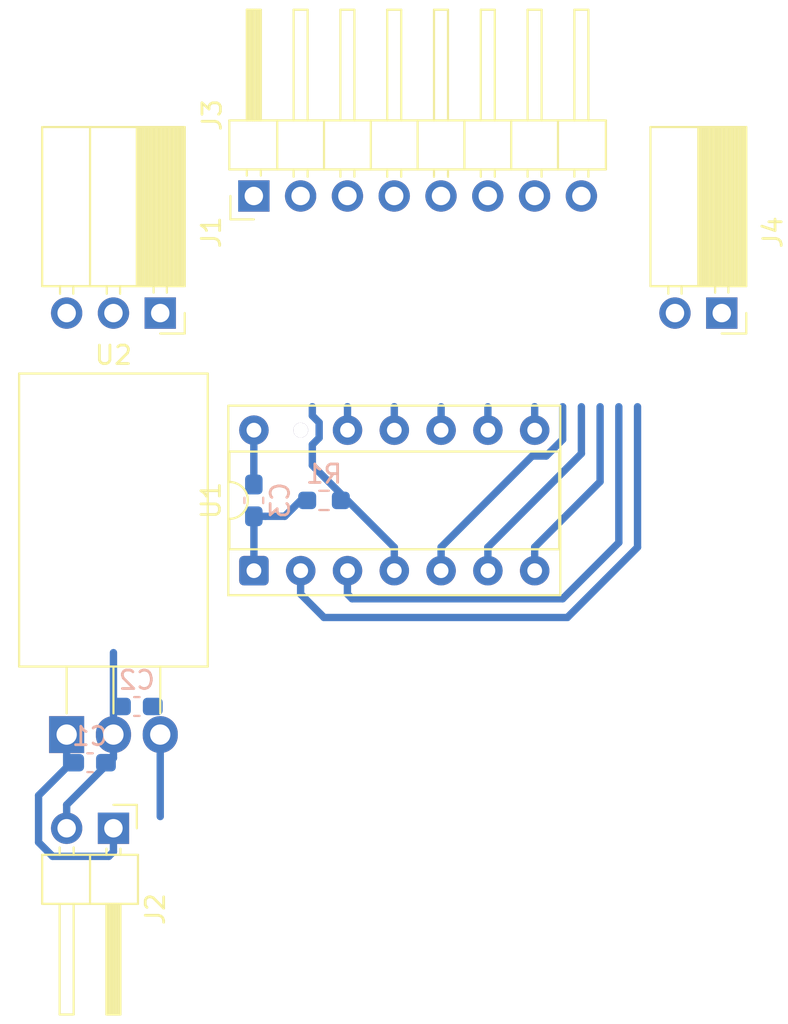
<source format=kicad_pcb>
(kicad_pcb (version 20241229) (generator "pcbnew") (generator_version "9.0")
  (layers (0 "F.Cu" signal) (2 "B.Cu" signal) (13 "F.Paste" user) (15 "B.Paste" user) (5 "F.SilkS" user "F.Silkscreen") (7 "B.SilkS" user "B.Silkscreen") (1 "F.Mask" user) (3 "B.Mask" user) (25 "Edge.Cuts" user))
  (net 0 "")
  (net 2 "GND")
  (net 3 "+12V")
  (net 4 "+5V")
  (net 5 "/RESET")
  (net 6 "/RX")
  (net 7 "/TX")
  (net 8 "/P6")
  (net 9 "/P7")
  (net 10 "/P1")
  (net 11 "/P4")
  (net 12 "/P0")
  (net 13 "/P2")
  (net 14 "/P5")
  (net 15 "/P3")
  (footprint "Package_DIP:DIP-14_W7.62mm_Socket" (layer "F.Cu") (at 137.165 113.03 90)
    (property "Reference" "U1" (at 3.81 -2.33 90) (layer "F.SilkS"))
    (property "Value" "ATtiny44-20P")
    (fp_line (start 6.46 -1.33) (end 4.81 -1.33) (stroke (width 0.12)) (layer "F.SilkS"))
    (fp_line (start 2.81 -1.33) (end 1.16 -1.33) (stroke (width 0.12)) (layer "F.SilkS"))
    (fp_line (start 1.16 -1.33) (end 1.16 16.57) (stroke (width 0.12)) (layer "F.SilkS"))
    (fp_line (start 6.46 16.57) (end 6.46 -1.33) (stroke (width 0.12)) (layer "F.SilkS"))
    (fp_line (start 1.16 16.57) (end 6.46 16.57) (stroke (width 0.12)) (layer "F.SilkS"))
    (fp_rect (start -1.33 -1.39) (end 8.95 16.63) (stroke (width 0.12)) (fill no) (layer "F.SilkS"))
    (fp_arc (start 4.81 -1.33) (mid 3.81 -0.33) (end 2.81 -1.33) (stroke (width 0.12)) (layer "F.SilkS"))
    (pad "1" thru_hole roundrect (at 0 0 90) (size 1.6 1.6) (drill 0.8) (layers "*.Cu" "*.Mask") (roundrect_rratio 0.15625) (net 4 "+5V"))
    (pad "2" thru_hole circle (at 0 2.54 90) (size 1.6 1.6) (drill 0.8) (layers "*.Cu" "*.Mask") (net 9 "/P7"))
    (pad "3" thru_hole circle (at 0 5.08 90) (size 1.6 1.6) (drill 0.8) (layers "*.Cu" "*.Mask") (net 8 "/P6"))
    (pad "4" thru_hole circle (at 0 7.62 90) (size 1.6 1.6) (drill 0.8) (layers "*.Cu" "*.Mask") (net 5 "/RESET"))
    (pad "5" thru_hole circle (at 0 10.16 90) (size 1.6 1.6) (drill 0.8) (layers "*.Cu" "*.Mask") (net 15 "/P3"))
    (pad "6" thru_hole circle (at 0 12.7 90) (size 1.6 1.6) (drill 0.8) (layers "*.Cu" "*.Mask") (net 11 "/P4"))
    (pad "7" thru_hole circle (at 0 15.24 90) (size 1.6 1.6) (drill 0.8) (layers "*.Cu" "*.Mask") (net 14 "/P5"))
    (pad "8" thru_hole circle (at 7.62 15.24 90) (size 1.6 1.6) (drill 0.8) (layers "*.Cu" "*.Mask") (net 13 "/P2"))
    (pad "9" thru_hole circle (at 7.62 12.7 90) (size 1.6 1.6) (drill 0.8) (layers "*.Cu" "*.Mask") (net 10 "/P1"))
    (pad "10" thru_hole circle (at 7.62 10.16 90) (size 1.6 1.6) (drill 0.8) (layers "*.Cu" "*.Mask") (net 12 "/P0"))
    (pad "11" thru_hole circle (at 7.62 7.62 90) (size 1.6 1.6) (drill 0.8) (layers "*.Cu" "*.Mask") (net 6 "/RX"))
    (pad "12" thru_hole circle (at 7.62 5.08 90) (size 1.6 1.6) (drill 0.8) (layers "*.Cu" "*.Mask") (net 7 "/TX"))
    (pad "13" thru_hole circle (at 7.62 2.54 90) (size 0.8 0.8) (drill 0.8) (layers "*.Cu" "*.Mask"))
    (pad "14" thru_hole circle (at 7.62 0 90) (size 1.6 1.6) (drill 0.8) (layers "*.Cu" "*.Mask") (net 2 "GND"))
  )
  (footprint "Connector_PinHeader_2.54mm:PinHeader_1x08_P2.54mm_Horizontal" (layer "F.Cu") (at 137.16 92.71 90)
    (property "Reference" "J3" (at 4.385 -2.27 90) (layer "F.SilkS"))
    (property "Value" "Conn_01x08_Pin")
    (fp_line (start 4.1 -1.33) (end 1.44 -1.33) (stroke (width 0.12)) (layer "F.SilkS"))
    (fp_line (start 1.44 -1.33) (end 1.44 19.11) (stroke (width 0.12)) (layer "F.SilkS"))
    (fp_line (start -1.27 -1.27) (end 0 -1.27) (stroke (width 0.12)) (layer "F.SilkS"))
    (fp_line (start 10.1 -0.38) (end 10.1 0.38) (stroke (width 0.12)) (layer "F.SilkS"))
    (fp_line (start 4.1 -0.38) (end 10.1 -0.38) (stroke (width 0.12)) (layer "F.SilkS"))
    (fp_line (start 1.11 -0.38) (end 1.44 -0.38) (stroke (width 0.12)) (layer "F.SilkS"))
    (fp_line (start 4.1 -0.32) (end 10.1 -0.32) (stroke (width 0.12)) (layer "F.SilkS"))
    (fp_line (start 4.1 -0.2) (end 10.1 -0.2) (stroke (width 0.12)) (layer "F.SilkS"))
    (fp_line (start 4.1 -0.08) (end 10.1 -0.08) (stroke (width 0.12)) (layer "F.SilkS"))
    (fp_line (start -1.27 0) (end -1.27 -1.27) (stroke (width 0.12)) (layer "F.SilkS"))
    (fp_line (start 4.1 0.04) (end 10.1 0.04) (stroke (width 0.12)) (layer "F.SilkS"))
    (fp_line (start 4.1 0.16) (end 10.1 0.16) (stroke (width 0.12)) (layer "F.SilkS"))
    (fp_line (start 4.1 0.28) (end 10.1 0.28) (stroke (width 0.12)) (layer "F.SilkS"))
    (fp_line (start 10.1 0.38) (end 4.1 0.38) (stroke (width 0.12)) (layer "F.SilkS"))
    (fp_line (start 1.11 0.38) (end 1.44 0.38) (stroke (width 0.12)) (layer "F.SilkS"))
    (fp_line (start 1.44 1.27) (end 4.1 1.27) (stroke (width 0.12)) (layer "F.SilkS"))
    (fp_line (start 10.1 2.16) (end 10.1 2.92) (stroke (width 0.12)) (layer "F.SilkS"))
    (fp_line (start 4.1 2.16) (end 10.1 2.16) (stroke (width 0.12)) (layer "F.SilkS"))
    (fp_line (start 1.042929 2.16) (end 1.44 2.16) (stroke (width 0.12)) (layer "F.SilkS"))
    (fp_line (start 10.1 2.92) (end 4.1 2.92) (stroke (width 0.12)) (layer "F.SilkS"))
    (fp_line (start 1.042929 2.92) (end 1.44 2.92) (stroke (width 0.12)) (layer "F.SilkS"))
    (fp_line (start 1.44 3.81) (end 4.1 3.81) (stroke (width 0.12)) (layer "F.SilkS"))
    (fp_line (start 10.1 4.7) (end 10.1 5.46) (stroke (width 0.12)) (layer "F.SilkS"))
    (fp_line (start 4.1 4.7) (end 10.1 4.7) (stroke (width 0.12)) (layer "F.SilkS"))
    (fp_line (start 1.042929 4.7) (end 1.44 4.7) (stroke (width 0.12)) (layer "F.SilkS"))
    (fp_line (start 10.1 5.46) (end 4.1 5.46) (stroke (width 0.12)) (layer "F.SilkS"))
    (fp_line (start 1.042929 5.46) (end 1.44 5.46) (stroke (width 0.12)) (layer "F.SilkS"))
    (fp_line (start 1.44 6.35) (end 4.1 6.35) (stroke (width 0.12)) (layer "F.SilkS"))
    (fp_line (start 10.1 7.24) (end 10.1 8) (stroke (width 0.12)) (layer "F.SilkS"))
    (fp_line (start 4.1 7.24) (end 10.1 7.24) (stroke (width 0.12)) (layer "F.SilkS"))
    (fp_line (start 1.042929 7.24) (end 1.44 7.24) (stroke (width 0.12)) (layer "F.SilkS"))
    (fp_line (start 10.1 8) (end 4.1 8) (stroke (width 0.12)) (layer "F.SilkS"))
    (fp_line (start 1.042929 8) (end 1.44 8) (stroke (width 0.12)) (layer "F.SilkS"))
    (fp_line (start 1.44 8.89) (end 4.1 8.89) (stroke (width 0.12)) (layer "F.SilkS"))
    (fp_line (start 10.1 9.78) (end 10.1 10.54) (stroke (width 0.12)) (layer "F.SilkS"))
    (fp_line (start 4.1 9.78) (end 10.1 9.78) (stroke (width 0.12)) (layer "F.SilkS"))
    (fp_line (start 1.042929 9.78) (end 1.44 9.78) (stroke (width 0.12)) (layer "F.SilkS"))
    (fp_line (start 10.1 10.54) (end 4.1 10.54) (stroke (width 0.12)) (layer "F.SilkS"))
    (fp_line (start 1.042929 10.54) (end 1.44 10.54) (stroke (width 0.12)) (layer "F.SilkS"))
    (fp_line (start 1.44 11.43) (end 4.1 11.43) (stroke (width 0.12)) (layer "F.SilkS"))
    (fp_line (start 10.1 12.32) (end 10.1 13.08) (stroke (width 0.12)) (layer "F.SilkS"))
    (fp_line (start 4.1 12.32) (end 10.1 12.32) (stroke (width 0.12)) (layer "F.SilkS"))
    (fp_line (start 1.042929 12.32) (end 1.44 12.32) (stroke (width 0.12)) (layer "F.SilkS"))
    (fp_line (start 10.1 13.08) (end 4.1 13.08) (stroke (width 0.12)) (layer "F.SilkS"))
    (fp_line (start 1.042929 13.08) (end 1.44 13.08) (stroke (width 0.12)) (layer "F.SilkS"))
    (fp_line (start 1.44 13.97) (end 4.1 13.97) (stroke (width 0.12)) (layer "F.SilkS"))
    (fp_line (start 10.1 14.86) (end 10.1 15.62) (stroke (width 0.12)) (layer "F.SilkS"))
    (fp_line (start 4.1 14.86) (end 10.1 14.86) (stroke (width 0.12)) (layer "F.SilkS"))
    (fp_line (start 1.042929 14.86) (end 1.44 14.86) (stroke (width 0.12)) (layer "F.SilkS"))
    (fp_line (start 10.1 15.62) (end 4.1 15.62) (stroke (width 0.12)) (layer "F.SilkS"))
    (fp_line (start 1.042929 15.62) (end 1.44 15.62) (stroke (width 0.12)) (layer "F.SilkS"))
    (fp_line (start 1.44 16.51) (end 4.1 16.51) (stroke (width 0.12)) (layer "F.SilkS"))
    (fp_line (start 10.1 17.4) (end 10.1 18.16) (stroke (width 0.12)) (layer "F.SilkS"))
    (fp_line (start 4.1 17.4) (end 10.1 17.4) (stroke (width 0.12)) (layer "F.SilkS"))
    (fp_line (start 1.042929 17.4) (end 1.44 17.4) (stroke (width 0.12)) (layer "F.SilkS"))
    (fp_line (start 10.1 18.16) (end 4.1 18.16) (stroke (width 0.12)) (layer "F.SilkS"))
    (fp_line (start 1.042929 18.16) (end 1.44 18.16) (stroke (width 0.12)) (layer "F.SilkS"))
    (fp_line (start 4.1 19.11) (end 4.1 -1.33) (stroke (width 0.12)) (layer "F.SilkS"))
    (fp_line (start 1.44 19.11) (end 4.1 19.11) (stroke (width 0.12)) (layer "F.SilkS"))
    (pad "1" thru_hole rect (at 0 0 90) (size 1.7 1.7) (drill 1) (layers "*.Cu" "*.Mask") (net 12 "/P0"))
    (pad "2" thru_hole oval (at 0 2.54 90) (size 1.7 1.7) (drill 1) (layers "*.Cu" "*.Mask") (net 10 "/P1"))
    (pad "3" thru_hole oval (at 0 5.08 90) (size 1.7 1.7) (drill 1) (layers "*.Cu" "*.Mask") (net 13 "/P2"))
    (pad "4" thru_hole oval (at 0 7.62 90) (size 1.7 1.7) (drill 1) (layers "*.Cu" "*.Mask") (net 15 "/P3"))
    (pad "5" thru_hole oval (at 0 10.16 90) (size 1.7 1.7) (drill 1) (layers "*.Cu" "*.Mask") (net 11 "/P4"))
    (pad "6" thru_hole oval (at 0 12.7 90) (size 1.7 1.7) (drill 1) (layers "*.Cu" "*.Mask") (net 14 "/P5"))
    (pad "7" thru_hole oval (at 0 15.24 90) (size 1.7 1.7) (drill 1) (layers "*.Cu" "*.Mask") (net 8 "/P6"))
    (pad "8" thru_hole oval (at 0 17.78 90) (size 1.7 1.7) (drill 1) (layers "*.Cu" "*.Mask") (net 9 "/P7"))
  )
  (footprint "Connector_PinHeader_2.54mm:PinHeader_1x02_P2.54mm_Horizontal" (layer "F.Cu") (at 129.54 127 -90)
    (property "Reference" "J2" (at 4.385 -2.27 90) (layer "F.SilkS"))
    (property "Value" "Conn_01x02_Pin")
    (fp_line (start 1.44 3.87) (end 4.1 3.87) (stroke (width 0.12)) (layer "F.SilkS"))
    (fp_line (start 4.1 3.87) (end 4.1 -1.33) (stroke (width 0.12)) (layer "F.SilkS"))
    (fp_line (start 1.042929 2.92) (end 1.44 2.92) (stroke (width 0.12)) (layer "F.SilkS"))
    (fp_line (start 10.1 2.92) (end 4.1 2.92) (stroke (width 0.12)) (layer "F.SilkS"))
    (fp_line (start 1.042929 2.16) (end 1.44 2.16) (stroke (width 0.12)) (layer "F.SilkS"))
    (fp_line (start 4.1 2.16) (end 10.1 2.16) (stroke (width 0.12)) (layer "F.SilkS"))
    (fp_line (start 10.1 2.16) (end 10.1 2.92) (stroke (width 0.12)) (layer "F.SilkS"))
    (fp_line (start 1.44 1.27) (end 4.1 1.27) (stroke (width 0.12)) (layer "F.SilkS"))
    (fp_line (start 1.11 0.38) (end 1.44 0.38) (stroke (width 0.12)) (layer "F.SilkS"))
    (fp_line (start 10.1 0.38) (end 4.1 0.38) (stroke (width 0.12)) (layer "F.SilkS"))
    (fp_line (start 4.1 0.28) (end 10.1 0.28) (stroke (width 0.12)) (layer "F.SilkS"))
    (fp_line (start 4.1 0.16) (end 10.1 0.16) (stroke (width 0.12)) (layer "F.SilkS"))
    (fp_line (start 4.1 0.04) (end 10.1 0.04) (stroke (width 0.12)) (layer "F.SilkS"))
    (fp_line (start -1.27 0) (end -1.27 -1.27) (stroke (width 0.12)) (layer "F.SilkS"))
    (fp_line (start 4.1 -0.08) (end 10.1 -0.08) (stroke (width 0.12)) (layer "F.SilkS"))
    (fp_line (start 4.1 -0.2) (end 10.1 -0.2) (stroke (width 0.12)) (layer "F.SilkS"))
    (fp_line (start 4.1 -0.32) (end 10.1 -0.32) (stroke (width 0.12)) (layer "F.SilkS"))
    (fp_line (start 1.11 -0.38) (end 1.44 -0.38) (stroke (width 0.12)) (layer "F.SilkS"))
    (fp_line (start 4.1 -0.38) (end 10.1 -0.38) (stroke (width 0.12)) (layer "F.SilkS"))
    (fp_line (start 10.1 -0.38) (end 10.1 0.38) (stroke (width 0.12)) (layer "F.SilkS"))
    (fp_line (start -1.27 -1.27) (end 0 -1.27) (stroke (width 0.12)) (layer "F.SilkS"))
    (fp_line (start 1.44 -1.33) (end 1.44 3.87) (stroke (width 0.12)) (layer "F.SilkS"))
    (fp_line (start 4.1 -1.33) (end 1.44 -1.33) (stroke (width 0.12)) (layer "F.SilkS"))
    (pad "1" thru_hole rect (at 0 0 270) (size 1.7 1.7) (drill 1) (layers "*.Cu" "*.Mask") (net 3 "+12V"))
    (pad "2" thru_hole oval (at 0 2.54 270) (size 1.7 1.7) (drill 1) (layers "*.Cu" "*.Mask") (net 2 "GND"))
  )
  (footprint "Package_TO_SOT_THT:TO-220-3_Horizontal_TabDown" (layer "F.Cu") (at 127 121.92)
    (property "Reference" "U2" (at 2.54 -20.58 0) (layer "F.SilkS"))
    (property "Value" "L7805")
    (fp_line (start -2.58 -19.58) (end -2.58 -3.69) (stroke (width 0.12)) (layer "F.SilkS"))
    (fp_line (start -2.58 -19.58) (end 7.66 -19.58) (stroke (width 0.12)) (layer "F.SilkS"))
    (fp_line (start -2.58 -3.69) (end 7.66 -3.69) (stroke (width 0.12)) (layer "F.SilkS"))
    (fp_line (start 0 -3.69) (end 0 -1.15) (stroke (width 0.12)) (layer "F.SilkS"))
    (fp_line (start 2.54 -3.69) (end 2.54 -1.15) (stroke (width 0.12)) (layer "F.SilkS"))
    (fp_line (start 5.08 -3.69) (end 5.08 -1.15) (stroke (width 0.12)) (layer "F.SilkS"))
    (fp_line (start 7.66 -19.58) (end 7.66 -3.69) (stroke (width 0.12)) (layer "F.SilkS"))
    (pad "" np_thru_hole circle (at 2.54 -16.66) (size 3.5 3.5) (drill 3.5) (layers "*.Cu" "*.Mask"))
    (pad "1" thru_hole rect (at 0 0) (size 1.905 2) (drill 1.1) (layers "*.Cu" "*.Mask") (net 3 "+12V"))
    (pad "2" thru_hole oval (at 2.54 0) (size 1.905 2) (drill 1.1) (layers "*.Cu" "*.Mask") (net 2 "GND"))
    (pad "3" thru_hole oval (at 5.08 0) (size 1.905 2) (drill 1.1) (layers "*.Cu" "*.Mask") (net 4 "+5V"))
  )
  (footprint "Connector_PinSocket_2.54mm:PinSocket_1x03_P2.54mm_Horizontal" (layer "F.Cu") (at 132.08 99.06 -90)
    (property "Reference" "J1" (at -4.38 -2.77 90) (layer "F.SilkS"))
    (property "Value" "Conn_01x03_Socket")
    (fp_line (start -10.09 6.41) (end -1.46 6.41) (stroke (width 0.12)) (layer "F.SilkS"))
    (fp_line (start -1.46 5.44) (end -1.05 5.44) (stroke (width 0.12)) (layer "F.SilkS"))
    (fp_line (start -1.46 4.72) (end -1.05 4.72) (stroke (width 0.12)) (layer "F.SilkS"))
    (fp_line (start -10.09 3.81) (end -1.46 3.81) (stroke (width 0.12)) (layer "F.SilkS"))
    (fp_line (start -1.46 2.9) (end -1.05 2.9) (stroke (width 0.12)) (layer "F.SilkS"))
    (fp_line (start -1.46 2.18) (end -1.05 2.18) (stroke (width 0.12)) (layer "F.SilkS"))
    (fp_line (start -10.09 1.27) (end -1.46 1.27) (stroke (width 0.12)) (layer "F.SilkS"))
    (fp_line (start -10.09 1.1519) (end -1.46 1.1519) (stroke (width 0.12)) (layer "F.SilkS"))
    (fp_line (start -10.09 1.033805) (end -1.46 1.033805) (stroke (width 0.12)) (layer "F.SilkS"))
    (fp_line (start -10.09 0.91571) (end -1.46 0.91571) (stroke (width 0.12)) (layer "F.SilkS"))
    (fp_line (start -10.09 0.797615) (end -1.46 0.797615) (stroke (width 0.12)) (layer "F.SilkS"))
    (fp_line (start -10.09 0.67952) (end -1.46 0.67952) (stroke (width 0.12)) (layer "F.SilkS"))
    (fp_line (start -10.09 0.561425) (end -1.46 0.561425) (stroke (width 0.12)) (layer "F.SilkS"))
    (fp_line (start -10.09 0.44333) (end -1.46 0.44333) (stroke (width 0.12)) (layer "F.SilkS"))
    (fp_line (start -1.46 0.36) (end -1.11 0.36) (stroke (width 0.12)) (layer "F.SilkS"))
    (fp_line (start -10.09 0.325235) (end -1.46 0.325235) (stroke (width 0.12)) (layer "F.SilkS"))
    (fp_line (start -10.09 0.20714) (end -1.46 0.20714) (stroke (width 0.12)) (layer "F.SilkS"))
    (fp_line (start -10.09 0.089045) (end -1.46 0.089045) (stroke (width 0.12)) (layer "F.SilkS"))
    (fp_line (start -10.09 -0.02905) (end -1.46 -0.02905) (stroke (width 0.12)) (layer "F.SilkS"))
    (fp_line (start -10.09 -0.147145) (end -1.46 -0.147145) (stroke (width 0.12)) (layer "F.SilkS"))
    (fp_line (start -10.09 -0.26524) (end -1.46 -0.26524) (stroke (width 0.12)) (layer "F.SilkS"))
    (fp_line (start -1.46 -0.36) (end -1.11 -0.36) (stroke (width 0.12)) (layer "F.SilkS"))
    (fp_line (start -10.09 -0.383335) (end -1.46 -0.383335) (stroke (width 0.12)) (layer "F.SilkS"))
    (fp_line (start -10.09 -0.50143) (end -1.46 -0.50143) (stroke (width 0.12)) (layer "F.SilkS"))
    (fp_line (start -10.09 -0.619525) (end -1.46 -0.619525) (stroke (width 0.12)) (layer "F.SilkS"))
    (fp_line (start -10.09 -0.73762) (end -1.46 -0.73762) (stroke (width 0.12)) (layer "F.SilkS"))
    (fp_line (start -10.09 -0.855715) (end -1.46 -0.855715) (stroke (width 0.12)) (layer "F.SilkS"))
    (fp_line (start -10.09 -0.97381) (end -1.46 -0.97381) (stroke (width 0.12)) (layer "F.SilkS"))
    (fp_line (start -10.09 -1.091905) (end -1.46 -1.091905) (stroke (width 0.12)) (layer "F.SilkS"))
    (fp_line (start -10.09 -1.21) (end -1.46 -1.21) (stroke (width 0.12)) (layer "F.SilkS"))
    (fp_line (start -10.09 -1.33) (end -10.09 6.41) (stroke (width 0.12)) (layer "F.SilkS"))
    (fp_line (start -10.09 -1.33) (end -1.46 -1.33) (stroke (width 0.12)) (layer "F.SilkS"))
    (fp_line (start -1.46 -1.33) (end -1.46 6.41) (stroke (width 0.12)) (layer "F.SilkS"))
    (fp_line (start 0 -1.33) (end 1.11 -1.33) (stroke (width 0.12)) (layer "F.SilkS"))
    (fp_line (start 1.11 -1.33) (end 1.11 0) (stroke (width 0.12)) (layer "F.SilkS"))
    (pad "1" thru_hole rect (at 0 0 270) (size 1.7 1.7) (drill 1) (layers "*.Cu" "*.Mask") (net 6 "/RX"))
    (pad "2" thru_hole oval (at 0 2.54 270) (size 1.7 1.7) (drill 1) (layers "*.Cu" "*.Mask") (net 7 "/TX"))
    (pad "3" thru_hole oval (at 0 5.08 270) (size 1.7 1.7) (drill 1) (layers "*.Cu" "*.Mask") (net 5 "/RESET"))
  )
  (footprint "Connector_PinSocket_2.54mm:PinSocket_1x02_P2.54mm_Horizontal" (layer "F.Cu") (at 162.56 99.06 -90)
    (property "Reference" "J4" (at -4.38 -2.77 90) (layer "F.SilkS"))
    (property "Value" "Conn_01x02_Socket")
    (fp_line (start -10.09 3.87) (end -1.46 3.87) (stroke (width 0.12)) (layer "F.SilkS"))
    (fp_line (start -1.46 2.9) (end -1.05 2.9) (stroke (width 0.12)) (layer "F.SilkS"))
    (fp_line (start -1.46 2.18) (end -1.05 2.18) (stroke (width 0.12)) (layer "F.SilkS"))
    (fp_line (start -10.09 1.27) (end -1.46 1.27) (stroke (width 0.12)) (layer "F.SilkS"))
    (fp_line (start -10.09 1.1519) (end -1.46 1.1519) (stroke (width 0.12)) (layer "F.SilkS"))
    (fp_line (start -10.09 1.033805) (end -1.46 1.033805) (stroke (width 0.12)) (layer "F.SilkS"))
    (fp_line (start -10.09 0.91571) (end -1.46 0.91571) (stroke (width 0.12)) (layer "F.SilkS"))
    (fp_line (start -10.09 0.797615) (end -1.46 0.797615) (stroke (width 0.12)) (layer "F.SilkS"))
    (fp_line (start -10.09 0.67952) (end -1.46 0.67952) (stroke (width 0.12)) (layer "F.SilkS"))
    (fp_line (start -10.09 0.561425) (end -1.46 0.561425) (stroke (width 0.12)) (layer "F.SilkS"))
    (fp_line (start -10.09 0.44333) (end -1.46 0.44333) (stroke (width 0.12)) (layer "F.SilkS"))
    (fp_line (start -1.46 0.36) (end -1.11 0.36) (stroke (width 0.12)) (layer "F.SilkS"))
    (fp_line (start -10.09 0.325235) (end -1.46 0.325235) (stroke (width 0.12)) (layer "F.SilkS"))
    (fp_line (start -10.09 0.20714) (end -1.46 0.20714) (stroke (width 0.12)) (layer "F.SilkS"))
    (fp_line (start -10.09 0.089045) (end -1.46 0.089045) (stroke (width 0.12)) (layer "F.SilkS"))
    (fp_line (start -10.09 -0.02905) (end -1.46 -0.02905) (stroke (width 0.12)) (layer "F.SilkS"))
    (fp_line (start -10.09 -0.147145) (end -1.46 -0.147145) (stroke (width 0.12)) (layer "F.SilkS"))
    (fp_line (start -10.09 -0.26524) (end -1.46 -0.26524) (stroke (width 0.12)) (layer "F.SilkS"))
    (fp_line (start -1.46 -0.36) (end -1.11 -0.36) (stroke (width 0.12)) (layer "F.SilkS"))
    (fp_line (start -10.09 -0.383335) (end -1.46 -0.383335) (stroke (width 0.12)) (layer "F.SilkS"))
    (fp_line (start -10.09 -0.50143) (end -1.46 -0.50143) (stroke (width 0.12)) (layer "F.SilkS"))
    (fp_line (start -10.09 -0.619525) (end -1.46 -0.619525) (stroke (width 0.12)) (layer "F.SilkS"))
    (fp_line (start -10.09 -0.73762) (end -1.46 -0.73762) (stroke (width 0.12)) (layer "F.SilkS"))
    (fp_line (start -10.09 -0.855715) (end -1.46 -0.855715) (stroke (width 0.12)) (layer "F.SilkS"))
    (fp_line (start -10.09 -0.97381) (end -1.46 -0.97381) (stroke (width 0.12)) (layer "F.SilkS"))
    (fp_line (start -10.09 -1.091905) (end -1.46 -1.091905) (stroke (width 0.12)) (layer "F.SilkS"))
    (fp_line (start -10.09 -1.21) (end -1.46 -1.21) (stroke (width 0.12)) (layer "F.SilkS"))
    (fp_line (start -10.09 -1.33) (end -10.09 3.87) (stroke (width 0.12)) (layer "F.SilkS"))
    (fp_line (start -10.09 -1.33) (end -1.46 -1.33) (stroke (width 0.12)) (layer "F.SilkS"))
    (fp_line (start -1.46 -1.33) (end -1.46 3.87) (stroke (width 0.12)) (layer "F.SilkS"))
    (fp_line (start 0 -1.33) (end 1.11 -1.33) (stroke (width 0.12)) (layer "F.SilkS"))
    (fp_line (start 1.11 -1.33) (end 1.11 0) (stroke (width 0.12)) (layer "F.SilkS"))
    (pad "1" thru_hole rect (at 0 0 270) (size 1.7 1.7) (drill 1) (layers "*.Cu" "*.Mask") (net 2 "GND"))
    (pad "2" thru_hole oval (at 0 2.54 270) (size 1.7 1.7) (drill 1) (layers "*.Cu" "*.Mask") (net 4 "+5V"))
  )
  (footprint "Capacitor_SMD:C_0603_1608Metric_Pad1.08x0.95mm_HandSolder" (layer "B.Cu") (at 137.16 109.22 90)
    (property "Reference" "C3" (at 0 1.43 90) (layer "B.SilkS") (effects (justify mirror)))
    (property "Value" "0.1uF")
    (fp_line (start -0.146267 -0.51) (end 0.146267 -0.51) (stroke (width 0.12)) (layer "B.SilkS"))
    (fp_line (start -0.146267 0.51) (end 0.146267 0.51) (stroke (width 0.12)) (layer "B.SilkS"))
    (pad "1" smd roundrect (at -0.8625 0 90) (size 1.075 0.95) (layers "B.Cu" "B.Mask" "B.Paste") (net 4 "+5V"))
    (pad "2" smd roundrect (at 0.8625 0 90) (size 1.075 0.95) (layers "B.Cu" "B.Mask" "B.Paste") (net 2 "GND"))
  )
  (footprint "Capacitor_SMD:C_0603_1608Metric_Pad1.08x0.95mm_HandSolder" (layer "B.Cu") (at 130.81 120.396 180)
    (property "Reference" "C2" (at 0 1.43 0) (layer "B.SilkS") (effects (justify mirror)))
    (property "Value" "0.1uF")
    (fp_line (start -0.146267 0.51) (end 0.146267 0.51) (stroke (width 0.12)) (layer "B.SilkS"))
    (fp_line (start -0.146267 -0.51) (end 0.146267 -0.51) (stroke (width 0.12)) (layer "B.SilkS"))
    (pad "1" smd roundrect (at -0.8625 0 180) (size 1.075 0.95) (layers "B.Cu" "B.Mask" "B.Paste") (net 4 "+5V"))
    (pad "2" smd roundrect (at 0.8625 0 180) (size 1.075 0.95) (layers "B.Cu" "B.Mask" "B.Paste") (net 2 "GND"))
  )
  (footprint "Capacitor_SMD:C_0603_1608Metric_Pad1.08x0.95mm_HandSolder" (layer "B.Cu") (at 128.27 123.444 180)
    (property "Reference" "C1" (at 0 1.43 0) (layer "B.SilkS") (effects (justify mirror)))
    (property "Value" "0.33uF")
    (fp_line (start -0.146267 0.51) (end 0.146267 0.51) (stroke (width 0.12)) (layer "B.SilkS"))
    (fp_line (start -0.146267 -0.51) (end 0.146267 -0.51) (stroke (width 0.12)) (layer "B.SilkS"))
    (pad "1" smd roundrect (at -0.8625 0 180) (size 1.075 0.95) (layers "B.Cu" "B.Mask" "B.Paste") (net 2 "GND"))
    (pad "2" smd roundrect (at 0.8625 0 180) (size 1.075 0.95) (layers "B.Cu" "B.Mask" "B.Paste") (net 3 "+12V"))
  )
  (footprint "Resistor_SMD:R_0603_1608Metric_Pad0.98x0.95mm_HandSolder" (layer "B.Cu") (at 140.97 109.22 180)
    (property "Reference" "R1" (at 0 1.43 180) (layer "B.SilkS") (effects (justify mirror)))
    (property "Value" "1k")
    (fp_line (start -0.254724 0.5225) (end 0.254724 0.5225) (stroke (width 0.12)) (layer "B.SilkS"))
    (fp_line (start -0.254724 -0.5225) (end 0.254724 -0.5225) (stroke (width 0.12)) (layer "B.SilkS"))
    (pad "1" smd roundrect (at -0.9125 0 180) (size 0.975 0.95) (layers "B.Cu" "B.Mask" "B.Paste") (net 5 "/RESET"))
    (pad "2" smd roundrect (at 0.9125 0 180) (size 0.975 0.95) (layers "B.Cu" "B.Mask" "B.Paste") (net 4 "+5V"))
  )
  (segment (start 127 125.73) (end 129.54 123.19) (width 0.4) (layer "B.Cu") (net 2))
  (segment (start 137.16 105.415) (end 137.165 105.41) (width 0.4) (layer "B.Cu") (net 2))
  (segment (start 129.54 123.19) (end 129.54 121.92) (width 0.4) (layer "B.Cu") (net 2))
  (segment (start 127 127) (end 127 125.73) (width 0.4) (layer "B.Cu") (net 2))
  (segment (start 129.54 121.92) (end 129.54 117.475) (width 0.4) (layer "B.Cu") (net 2))
  (segment (start 137.16 108.3575) (end 137.16 105.415) (width 0.4) (layer "B.Cu") (net 2))
  (segment (start 129.286 128.524) (end 129.54 128.27) (width 0.4) (layer "B.Cu") (net 3))
  (segment (start 125.476 127.762) (end 126.238 128.524) (width 0.4) (layer "B.Cu") (net 3))
  (segment (start 126.238 128.524) (end 129.286 128.524) (width 0.4) (layer "B.Cu") (net 3))
  (segment (start 127 123.698) (end 125.476 125.222) (width 0.4) (layer "B.Cu") (net 3))
  (segment (start 129.54 128.27) (end 129.54 127) (width 0.4) (layer "B.Cu") (net 3))
  (segment (start 127 121.92) (end 127 123.698) (width 0.4) (layer "B.Cu") (net 3))
  (segment (start 125.476 125.222) (end 125.476 127.762) (width 0.4) (layer "B.Cu") (net 3))
  (segment (start 139.7 109.22) (end 138.8375 110.0825) (width 0.4) (layer "B.Cu") (net 4))
  (segment (start 137.165 110.495) (end 137.16 110.49) (width 0.4) (layer "B.Cu") (net 4))
  (segment (start 137.16 110.49) (end 137.5675 110.0825) (width 0.4) (layer "B.Cu") (net 4))
  (segment (start 138.8375 110.0825) (end 137.795 110.0825) (width 0.4) (layer "B.Cu") (net 4))
  (segment (start 137.165 113.03) (end 137.165 110.495) (width 0.4) (layer "B.Cu") (net 4))
  (segment (start 137.5675 110.0825) (end 137.795 110.0825) (width 0.4) (layer "B.Cu") (net 4))
  (segment (start 132.08 121.92) (end 132.08 126.365) (width 0.4) (layer "B.Cu") (net 4))
  (segment (start 140.335 106.195628) (end 140.335 107.315) (width 0.4) (layer "B.Cu") (net 5))
  (segment (start 140.335 107.315) (end 144.785 111.765) (width 0.4) (layer "B.Cu") (net 5))
  (segment (start 144.785 111.765) (end 144.785 113.03) (width 0.4) (layer "B.Cu") (net 5))
  (segment (start 140.335 104.14) (end 140.335 104.624372) (width 0.4) (layer "B.Cu") (net 5))
  (segment (start 140.706 104.995372) (end 140.706 105.824628) (width 0.4) (layer "B.Cu") (net 5))
  (segment (start 140.706 105.824628) (end 140.335 106.195628) (width 0.4) (layer "B.Cu") (net 5))
  (segment (start 140.335 104.624372) (end 140.706 104.995372) (width 0.4) (layer "B.Cu") (net 5))
  (segment (start 144.785 105.41) (end 144.785 104.145) (width 0.4) (layer "B.Cu") (net 6))
  (segment (start 144.785 104.145) (end 144.78 104.14) (width 0.4) (layer "B.Cu") (net 6))
  (segment (start 142.245 104.145) (end 142.24 104.14) (width 0.4) (layer "B.Cu") (net 7))
  (segment (start 142.245 105.41) (end 142.245 104.145) (width 0.4) (layer "B.Cu") (net 7))
  (segment (start 156.972 111.506) (end 156.972 104.14) (width 0.4) (layer "B.Cu") (net 8))
  (segment (start 142.24 113.03) (end 142.24 114.3) (width 0.4) (layer "B.Cu") (net 8))
  (segment (start 142.494 114.554) (end 153.924 114.554) (width 0.4) (layer "B.Cu") (net 8))
  (segment (start 153.924 114.554) (end 156.972 111.506) (width 0.4) (layer "B.Cu") (net 8))
  (segment (start 142.24 114.3) (end 142.494 114.554) (width 0.4) (layer "B.Cu") (net 8))
  (segment (start 157.988 111.76) (end 157.988 104.14) (width 0.4) (layer "B.Cu") (net 9))
  (segment (start 139.7 113.03) (end 139.7 114.3) (width 0.4) (layer "B.Cu") (net 9))
  (segment (start 139.7 114.3) (end 140.97 115.57) (width 0.4) (layer "B.Cu") (net 9))
  (segment (start 140.97 115.57) (end 154.178 115.57) (width 0.4) (layer "B.Cu") (net 9))
  (segment (start 154.178 115.57) (end 157.988 111.76) (width 0.4) (layer "B.Cu") (net 9))
  (segment (start 149.865 105.41) (end 149.865 104.145) (width 0.4) (layer "B.Cu") (net 10))
  (segment (start 149.865 113.03) (end 149.865 111.765) (width 0.4) (layer "B.Cu") (net 11))
  (segment (start 154.94 106.68) (end 154.94 104.14) (width 0.4) (layer "B.Cu") (net 11))
  (segment (start 149.86 111.76) (end 154.94 106.68) (width 0.4) (layer "B.Cu") (net 11))
  (segment (start 149.865 111.765) (end 149.86 111.76) (width 0.4) (layer "B.Cu") (net 11))
  (segment (start 147.325 105.41) (end 147.325 104.145) (width 0.4) (layer "B.Cu") (net 12))
  (segment (start 152.405 104.145) (end 152.4 104.14) (width 0.4) (layer "B.Cu") (net 13))
  (segment (start 152.405 105.41) (end 152.405 104.145) (width 0.4) (layer "B.Cu") (net 13))
  (segment (start 155.956 108.204) (end 155.956 104.14) (width 0.4) (layer "B.Cu") (net 14))
  (segment (start 152.405 111.755) (end 152.405 113.03) (width 0.4) (layer "B.Cu") (net 14))
  (segment (start 152.405 111.755) (end 155.956 108.204) (width 0.4) (layer "B.Cu") (net 14))
  (segment (start 147.325 111.755) (end 152.269 106.811) (width 0.4) (layer "B.Cu") (net 15))
  (segment (start 153.031 106.811) (end 153.924 105.918) (width 0.4) (layer "B.Cu") (net 15))
  (segment (start 147.325 113.03) (end 147.325 111.755) (width 0.4) (layer "B.Cu") (net 15))
  (segment (start 153.924 105.918) (end 153.924 104.14) (width 0.4) (layer "B.Cu") (net 15))
  (segment (start 152.269 106.811) (end 153.031 106.811) (width 0.4) (layer "B.Cu") (net 15))
)
</source>
